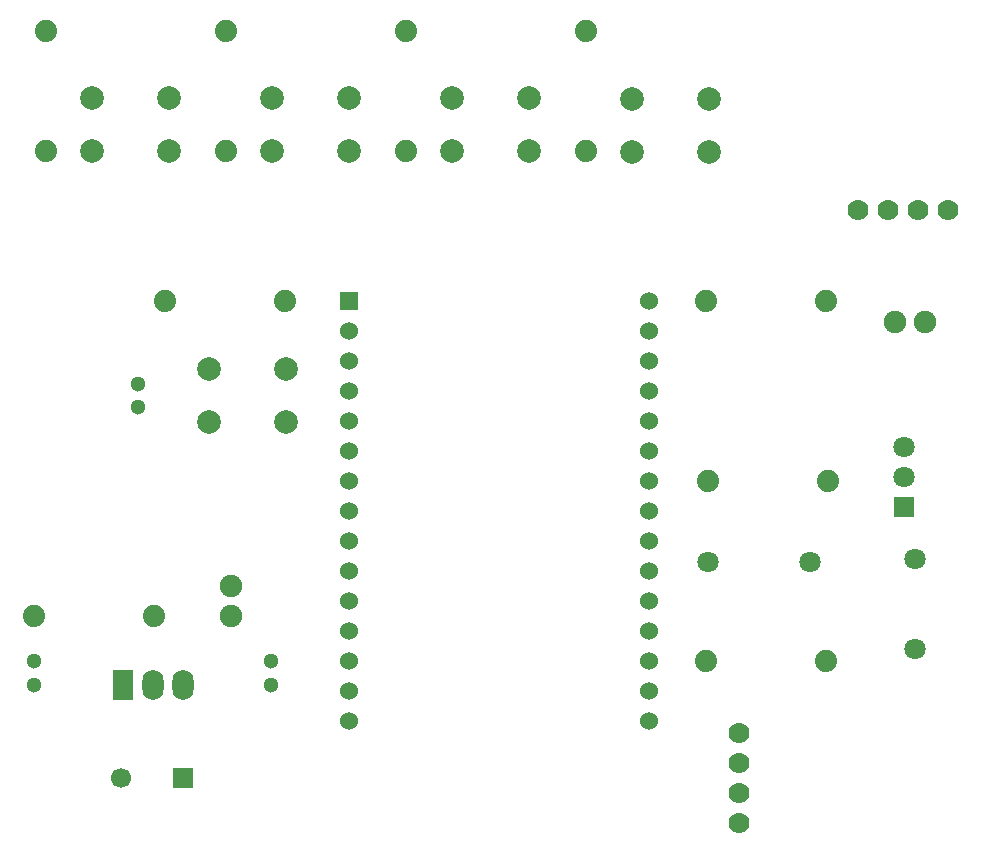
<source format=gbl>
G04 Layer: BottomLayer*
G04 EasyEDA v6.5.22, 2022-12-28 23:50:03*
G04 d063097526e5497293d9c31780fe4a5b,1c40624b1397419d878b7769f07bb2b0,10*
G04 Gerber Generator version 0.2*
G04 Scale: 100 percent, Rotated: No, Reflected: No *
G04 Dimensions in millimeters *
G04 leading zeros omitted , absolute positions ,4 integer and 5 decimal *
%FSLAX45Y45*%
%MOMM*%

%ADD10C,1.8796*%
%ADD11C,1.3000*%
%ADD12C,1.9000*%
%ADD13C,1.8000*%
%ADD14C,1.7780*%
%ADD15R,1.8000X1.8000*%
%ADD16C,2.0000*%
%ADD17R,1.5240X1.5240*%
%ADD18C,1.5240*%
%ADD19O,1.7999964X2.5999948*%
%ADD20R,1.8000X2.6000*%
%ADD21R,1.7000X1.7000*%
%ADD22C,1.7000*%

%LPD*%
D10*
G01*
X520700Y1117600D03*
G01*
X1536700Y1117600D03*
D11*
G01*
X1397000Y3084499D03*
G01*
X1397000Y2884500D03*
G01*
X520700Y734999D03*
G01*
X520700Y535000D03*
G01*
X2527300Y535000D03*
G01*
X2527300Y734999D03*
D12*
G01*
X7810500Y3606800D03*
G01*
X8064500Y3606800D03*
G01*
X2184400Y1117600D03*
G01*
X2184400Y1371600D03*
D13*
G01*
X6219799Y1574800D03*
G01*
X7089800Y1574800D03*
D14*
G01*
X7493000Y4559300D03*
G01*
X7747000Y4559300D03*
G01*
X8001000Y4559300D03*
G01*
X8255000Y4559300D03*
G01*
X6489700Y127000D03*
G01*
X6489700Y-127000D03*
G01*
X6489700Y-381000D03*
G01*
X6489700Y-635000D03*
D13*
G01*
X7975600Y838200D03*
G01*
X7975600Y1600200D03*
D15*
G01*
X7886700Y2044700D03*
D13*
G01*
X7886700Y2298700D03*
G01*
X7886700Y2552700D03*
D10*
G01*
X6210300Y3784600D03*
G01*
X7226300Y3784600D03*
G01*
X2641600Y3784600D03*
G01*
X1625600Y3784600D03*
G01*
X6223000Y2260600D03*
G01*
X7239000Y2260600D03*
G01*
X6210300Y736600D03*
G01*
X7226300Y736600D03*
G01*
X622300Y5054600D03*
G01*
X622300Y6070600D03*
G01*
X2146300Y5054600D03*
G01*
X2146300Y6070600D03*
G01*
X3670300Y5054600D03*
G01*
X3670300Y6070600D03*
G01*
X5194300Y5054600D03*
G01*
X5194300Y6070600D03*
D16*
G01*
X1999106Y3209493D03*
G01*
X2649093Y3209493D03*
G01*
X2649093Y2759506D03*
G01*
X1999106Y2759506D03*
G01*
X1658493Y5058206D03*
G01*
X1008506Y5058206D03*
G01*
X1008506Y5508193D03*
G01*
X1658493Y5508193D03*
G01*
X3182493Y5058206D03*
G01*
X2532506Y5058206D03*
G01*
X2532506Y5508193D03*
G01*
X3182493Y5508193D03*
G01*
X4706493Y5058206D03*
G01*
X4056506Y5058206D03*
G01*
X4056506Y5508193D03*
G01*
X4706493Y5508193D03*
G01*
X6230493Y5045506D03*
G01*
X5580506Y5045506D03*
G01*
X5580506Y5495493D03*
G01*
X6230493Y5495493D03*
D17*
G01*
X3187700Y3784625D03*
D18*
G01*
X3187725Y3530574D03*
G01*
X3187725Y3276574D03*
G01*
X3187725Y3022574D03*
G01*
X3187725Y2768574D03*
G01*
X3187725Y2514574D03*
G01*
X3187725Y2260574D03*
G01*
X3187725Y2006574D03*
G01*
X3187725Y1752574D03*
G01*
X3187725Y1498574D03*
G01*
X3187725Y1244574D03*
G01*
X3187725Y990574D03*
G01*
X3187725Y736574D03*
G01*
X3187725Y482574D03*
G01*
X3187725Y228574D03*
G01*
X5727725Y228574D03*
G01*
X5727725Y482574D03*
G01*
X5727725Y736574D03*
G01*
X5727725Y990574D03*
G01*
X5727725Y1244574D03*
G01*
X5727725Y1498574D03*
G01*
X5727725Y1752574D03*
G01*
X5727725Y2006574D03*
G01*
X5727725Y2260574D03*
G01*
X5727725Y2514574D03*
G01*
X5727725Y2768574D03*
G01*
X5727725Y3022574D03*
G01*
X5727725Y3276574D03*
G01*
X5727725Y3530574D03*
G01*
X5727725Y3784574D03*
D19*
G01*
X1524000Y533882D03*
G01*
X1778025Y532892D03*
D20*
G01*
X1270000Y533907D03*
D21*
G01*
X1780539Y-254000D03*
D22*
G01*
X1252220Y-254000D03*
M02*

</source>
